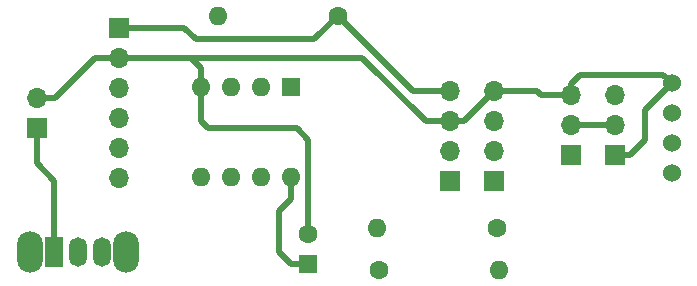
<source format=gbr>
%TF.GenerationSoftware,KiCad,Pcbnew,(5.1.9-0-10_14)*%
%TF.CreationDate,2021-08-17T09:45:53+08:00*%
%TF.ProjectId,arduino_oled_sonic,61726475-696e-46f5-9f6f-6c65645f736f,rev?*%
%TF.SameCoordinates,Original*%
%TF.FileFunction,Copper,L2,Bot*%
%TF.FilePolarity,Positive*%
%FSLAX46Y46*%
G04 Gerber Fmt 4.6, Leading zero omitted, Abs format (unit mm)*
G04 Created by KiCad (PCBNEW (5.1.9-0-10_14)) date 2021-08-17 09:45:53*
%MOMM*%
%LPD*%
G01*
G04 APERTURE LIST*
%TA.AperFunction,ComponentPad*%
%ADD10O,1.600000X1.600000*%
%TD*%
%TA.AperFunction,ComponentPad*%
%ADD11C,1.600000*%
%TD*%
%TA.AperFunction,ComponentPad*%
%ADD12O,2.200000X3.500000*%
%TD*%
%TA.AperFunction,ComponentPad*%
%ADD13O,1.500000X2.500000*%
%TD*%
%TA.AperFunction,ComponentPad*%
%ADD14R,1.500000X2.500000*%
%TD*%
%TA.AperFunction,ComponentPad*%
%ADD15R,1.600000X1.600000*%
%TD*%
%TA.AperFunction,ComponentPad*%
%ADD16O,1.700000X1.700000*%
%TD*%
%TA.AperFunction,ComponentPad*%
%ADD17R,1.700000X1.700000*%
%TD*%
%TA.AperFunction,ComponentPad*%
%ADD18C,1.530000*%
%TD*%
%TA.AperFunction,Conductor*%
%ADD19C,0.500000*%
%TD*%
G04 APERTURE END LIST*
D10*
%TO.P,R3,2*%
%TO.N,/RST*%
X137338000Y-88865000D03*
D11*
%TO.P,R3,1*%
%TO.N,+5V*%
X147498000Y-88865000D03*
%TD*%
D10*
%TO.P,R2,2*%
%TO.N,/SDA*%
X161158000Y-110365000D03*
D11*
%TO.P,R2,1*%
%TO.N,+5V*%
X150998000Y-110365000D03*
%TD*%
D10*
%TO.P,R1,2*%
%TO.N,/SCL*%
X150838000Y-106865000D03*
D11*
%TO.P,R1,1*%
%TO.N,+5V*%
X160998000Y-106865000D03*
%TD*%
D12*
%TO.P,SW1,*%
%TO.N,*%
X129598000Y-108865000D03*
X121398000Y-108865000D03*
D13*
%TO.P,SW1,3*%
%TO.N,N/C*%
X127498000Y-108865000D03*
%TO.P,SW1,2*%
%TO.N,Net-(SW1-Pad2)*%
X125498000Y-108865000D03*
D14*
%TO.P,SW1,1*%
%TO.N,Net-(J4-Pad1)*%
X123498000Y-108865000D03*
%TD*%
D10*
%TO.P,U4,8*%
%TO.N,+5V*%
X143498000Y-102485000D03*
%TO.P,U4,4*%
%TO.N,GND*%
X135878000Y-94865000D03*
%TO.P,U4,7*%
%TO.N,/SCL*%
X140958000Y-102485000D03*
%TO.P,U4,3*%
%TO.N,/Trig*%
X138418000Y-94865000D03*
%TO.P,U4,6*%
%TO.N,/MISO*%
X138418000Y-102485000D03*
%TO.P,U4,2*%
%TO.N,/Echo*%
X140958000Y-94865000D03*
%TO.P,U4,5*%
%TO.N,/SDA*%
X135878000Y-102485000D03*
D15*
%TO.P,U4,1*%
%TO.N,/RST*%
X143498000Y-94865000D03*
%TD*%
D16*
%TO.P,J6,6*%
%TO.N,/RST*%
X128998000Y-102565000D03*
%TO.P,J6,5*%
%TO.N,/SDA*%
X128998000Y-100025000D03*
%TO.P,J6,4*%
%TO.N,/MISO*%
X128998000Y-97485000D03*
%TO.P,J6,3*%
%TO.N,/SCL*%
X128998000Y-94945000D03*
%TO.P,J6,2*%
%TO.N,GND*%
X128998000Y-92405000D03*
D17*
%TO.P,J6,1*%
%TO.N,+5V*%
X128998000Y-89865000D03*
%TD*%
D16*
%TO.P,J5,4*%
%TO.N,+5V*%
X156998000Y-95245000D03*
%TO.P,J5,3*%
%TO.N,GND*%
X156998000Y-97785000D03*
%TO.P,J5,2*%
%TO.N,/SCL*%
X156998000Y-100325000D03*
D17*
%TO.P,J5,1*%
%TO.N,/SDA*%
X156998000Y-102865000D03*
%TD*%
D16*
%TO.P,J4,2*%
%TO.N,GND*%
X121998000Y-95825000D03*
D17*
%TO.P,J4,1*%
%TO.N,Net-(J4-Pad1)*%
X121998000Y-98365000D03*
%TD*%
D11*
%TO.P,C1,2*%
%TO.N,GND*%
X144998000Y-107365000D03*
D15*
%TO.P,C1,1*%
%TO.N,+5V*%
X144998000Y-109865000D03*
%TD*%
D16*
%TO.P,J3,3*%
%TO.N,GND*%
X167248000Y-95535000D03*
%TO.P,J3,2*%
%TO.N,+5V*%
X167248000Y-98075000D03*
D17*
%TO.P,J3,1*%
%TO.N,/Trig*%
X167248000Y-100615000D03*
%TD*%
D16*
%TO.P,J2,3*%
%TO.N,/Trig*%
X170998000Y-95535000D03*
%TO.P,J2,2*%
%TO.N,+5V*%
X170998000Y-98075000D03*
D17*
%TO.P,J2,1*%
%TO.N,GND*%
X170998000Y-100615000D03*
%TD*%
D16*
%TO.P,J1,4*%
%TO.N,GND*%
X160748000Y-95245000D03*
%TO.P,J1,3*%
%TO.N,+5V*%
X160748000Y-97785000D03*
%TO.P,J1,2*%
%TO.N,/SCL*%
X160748000Y-100325000D03*
D17*
%TO.P,J1,1*%
%TO.N,/SDA*%
X160748000Y-102865000D03*
%TD*%
D18*
%TO.P,U1,2*%
%TO.N,/Trig*%
X175748000Y-99635000D03*
%TO.P,U1,3*%
%TO.N,/Echo*%
X175748000Y-97095000D03*
%TO.P,U1,4*%
%TO.N,GND*%
X175748000Y-94555000D03*
%TO.P,U1,1*%
%TO.N,+5V*%
X175748000Y-102175000D03*
%TD*%
D19*
%TO.N,+5V*%
X143498000Y-102485000D02*
X143498000Y-104365000D01*
X143498000Y-104365000D02*
X142498000Y-105365000D01*
X142498000Y-105365000D02*
X142498000Y-108865000D01*
X143498000Y-109865000D02*
X144998000Y-109865000D01*
X142498000Y-108865000D02*
X143498000Y-109865000D01*
X167248000Y-98075000D02*
X170998000Y-98075000D01*
X170998000Y-97865000D02*
X170998000Y-98075000D01*
X153878000Y-95245000D02*
X147498000Y-88865000D01*
X156998000Y-95245000D02*
X153878000Y-95245000D01*
X128998000Y-89865000D02*
X134498000Y-89865000D01*
X134498000Y-89865000D02*
X135498000Y-90865000D01*
X145498000Y-90865000D02*
X147498000Y-88865000D01*
X135498000Y-90865000D02*
X145498000Y-90865000D01*
%TO.N,GND*%
X160748000Y-95245000D02*
X164378000Y-95245000D01*
X164668000Y-95535000D02*
X167248000Y-95535000D01*
X164378000Y-95245000D02*
X164668000Y-95535000D01*
X158208000Y-97785000D02*
X160748000Y-95245000D01*
X156998000Y-97785000D02*
X158208000Y-97785000D01*
X121998000Y-95825000D02*
X123538000Y-95825000D01*
X126958000Y-92405000D02*
X128998000Y-92405000D01*
X123538000Y-95825000D02*
X126958000Y-92405000D01*
X128998000Y-92405000D02*
X135038000Y-92405000D01*
X135878000Y-93245000D02*
X135878000Y-94865000D01*
X135038000Y-92405000D02*
X135878000Y-93245000D01*
X144998000Y-107365000D02*
X144998000Y-99365000D01*
X144998000Y-99365000D02*
X143998000Y-98365000D01*
X143998000Y-98365000D02*
X136498000Y-98365000D01*
X135878000Y-97745000D02*
X135878000Y-94865000D01*
X136498000Y-98365000D02*
X135878000Y-97745000D01*
X170998000Y-100615000D02*
X172248000Y-100615000D01*
X173468000Y-99395000D02*
X173468000Y-96835000D01*
X172248000Y-100615000D02*
X173468000Y-99395000D01*
X173468000Y-96835000D02*
X175748000Y-94555000D01*
X167248000Y-95535000D02*
X167248000Y-94615000D01*
X167248000Y-94615000D02*
X167998000Y-93865000D01*
X175058000Y-93865000D02*
X175748000Y-94555000D01*
X167998000Y-93865000D02*
X175058000Y-93865000D01*
X156998000Y-97785000D02*
X154918000Y-97785000D01*
X149538000Y-92405000D02*
X147958000Y-92405000D01*
X154918000Y-97785000D02*
X149538000Y-92405000D01*
X135038000Y-92405000D02*
X147958000Y-92405000D01*
%TO.N,Net-(J4-Pad1)*%
X121998000Y-98365000D02*
X121998000Y-101365000D01*
X123498000Y-102865000D02*
X123498000Y-108865000D01*
X121998000Y-101365000D02*
X123498000Y-102865000D01*
%TD*%
M02*

</source>
